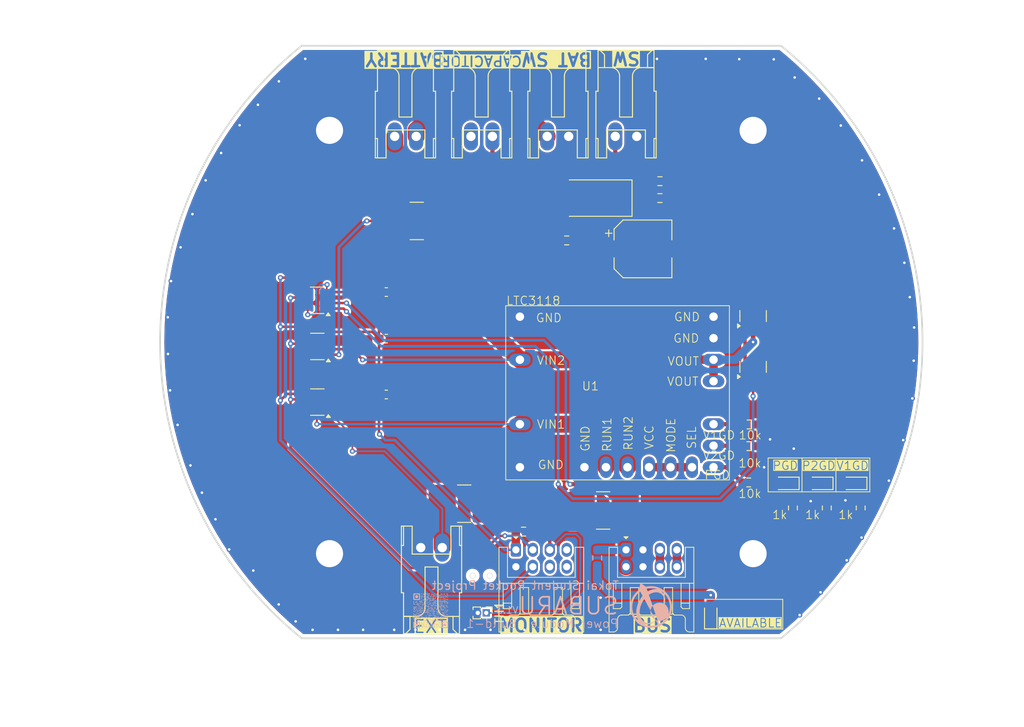
<source format=kicad_pcb>
(kicad_pcb (version 20241229) (generator "pcbnew") (generator_version "9.0")
  (layers (0 "F.Cu" signal) (2 "B.Cu" signal) (13 "F.Paste" user) (15 "B.Paste" user) (5 "F.SilkS" user "F.Silkscreen") (7 "B.SilkS" user "B.Silkscreen") (1 "F.Mask" user) (3 "B.Mask" user) (25 "Edge.Cuts" user))
  (net 0 "")
  (net 1 "Net-(J2-Pin_1)")
  (net 2 "GND")
  (net 3 "Net-(D4-K)")
  (net 4 "Net-(D5-A)")
  (net 5 "Net-(D5-K)")
  (net 6 "Net-(D6-K)")
  (net 7 "Net-(D6-A)")
  (net 8 "+3.3V")
  (net 9 "Net-(D3-A)")
  (net 10 "Net-(D4-A)")
  (net 11 "Net-(Q3-G)")
  (net 12 "Net-(D3-K)")
  (net 13 "Net-(U1-RUN1)")
  (net 14 "Net-(U1-RUN2)")
  (net 15 "Net-(D7-A)")
  (net 16 "Net-(U1-MODE)")
  (net 17 "Net-(U1-V2GD)")
  (net 18 "Net-(Q3-D)")
  (net 19 "Net-(Q5-S)")
  (net 20 "Net-(J1-Pin_2)")
  (net 21 "+12V")
  (net 22 "VREF_T1")
  (net 23 "VREF_T2")
  (net 24 "VREF_T3")
  (net 25 "VREF_T4")
  (net 26 "Net-(J5-Pin_2)")
  (net 27 "Net-(J2-Pin_2)")
  (net 28 "I2C_SCL")
  (net 29 "I2C_SDA")
  (net 30 "Net-(J3-Pin_7)")
  (net 31 "Net-(J3-Pin_5)")
  (net 32 "Net-(U1-V1GD)")
  (net 33 "Net-(U1-PGD)")
  (net 34 "+5V")
  (footprint "Resistor_SMD:R_0603_1608Metric" (layer "F.Cu") (at 179.7 119.6 -90)
    (property "Reference" "R9" (hide yes))
    (property "Value" "1k" (hide yes))
  )
  (footprint "LED_SMD:LED_0603_1608Metric_Pad1.05x0.95mm_HandSolder" (layer "F.Cu") (at 186.775 116.7 180)
    (property "Reference" "D6" (hide yes))
    (property "Value" "Orange" (hide yes))
  )
  (footprint "Capacitor_SMD:C_0603_1608Metric_Pad1.08x0.95mm_HandSolder" (layer "F.Cu") (at 131.7 99.6 180)
    (property "Reference" "C6")
    (property "Value" "0.1uF")
  )
  (footprint "Resistor_SMD:R_2816_7142Metric_Pad3.20x4.45mm_HandSolder" (layer "F.Cu") (at 140.9 119.1)
    (property "Reference" "R3")
    (property "Value" "0.1R")
  )
  (footprint "Resistor_SMD:R_0603_1608Metric_Pad0.98x0.95mm_HandSolder" (layer "F.Cu") (at 153 88)
    (property "Reference" "R6")
    (property "Value" "5.6kR")
  )
  (footprint "TSRP_Connector_Hirose:DF1B-2S-2.5R" (layer "F.Cu") (at 134 75 180)
    (property "Reference" "J2" (hide yes))
    (property "Value" "BATTERY")
  )
  (footprint "TSRP_Connector_Hirose:DF1B-2S-2.5R" (layer "F.Cu") (at 152 75 180)
    (property "Reference" "J6" (hide yes))
    (property "Value" "Conn_01x02")
  )
  (footprint "Capacitor_SMD:C_0603_1608Metric_Pad1.08x0.95mm_HandSolder" (layer "F.Cu") (at 131.7 106.2 180)
    (property "Reference" "C4")
    (property "Value" "0.1uF")
  )
  (footprint "TSRP_Connector_Hirose:DF1B-2S-2.5R" (layer "F.Cu") (at 160.038 75 180)
    (property "Reference" "J5" (hide yes))
    (property "Value" "MASTER")
  )
  (footprint "Resistor_SMD:R_2816_7142Metric_Pad3.20x4.45mm_HandSolder" (layer "F.Cu") (at 157.3 119.9)
    (property "Reference" "R5")
    (property "Value" "0.1R")
  )
  (footprint "Package_TO_SOT_SMD:SOT-23-8" (layer "F.Cu") (at 123.5375 95.075 180)
    (property "Reference" "U4" (hide yes))
    (property "Value" "INA219BxDCN")
  )
  (footprint "Resistor_SMD:R_0603_1608Metric" (layer "F.Cu") (at 174.53 109.74)
    (property "Reference" "R10" (hide yes))
    (property "Value" "10k" (hide yes))
  )
  (footprint "TSRP_Connector_Hirose:DF11-8DP-2DS" (layer "F.Cu") (at 150 128)
    (property "Reference" "J4" (hide yes))
    (property "Value" "MONITOR" (hide yes))
  )
  (footprint "LED_SMD:LED_0603_1608Metric_Pad1.05x0.95mm_HandSolder" (layer "F.Cu") (at 170 132.225 90)
    (property "Reference" "D7" (hide yes))
    (property "Value" "Green" (hide yes))
  )
  (footprint "TSRP_IC:StrawberryLinux_LTC3118" (layer "F.Cu") (at 155.8 105.71)
    (property "Reference" "U1")
    (property "Value" "~")
  )
  (footprint "MountingHole:MountingHole_3.2mm_M3_DIN965_Pad_TopBottom" (layer "F.Cu") (at 125 125)
    (property "Reference" "H1")
    (property "Value" "MountingHole")
  )
  (footprint "Package_TO_SOT_SMD:SOT-23-8" (layer "F.Cu") (at 123.5625 107.1 180)
    (property "Reference" "U3")
    (property "Value" "INA219BxDCN")
  )
  (footprint "Resistor_SMD:R_0603_1608Metric" (layer "F.Cu") (at 183.7 119.6 -90)
    (property "Reference" "R8" (hide yes))
    (property "Value" "1k" (hide yes))
  )
  (footprint "LED_SMD:LED_0603_1608Metric_Pad1.05x0.95mm_HandSolder" (layer "F.Cu") (at 182.775 116.7 180)
    (property "Reference" "D5" (hide yes))
    (property "Value" "Orange" (hide yes))
  )
  (footprint "TSRP_Connector_Hirose:DF1B-2S-2.5R" (layer "F.Cu") (at 137 125)
    (property "Reference" "J1")
    (property "Value" "GPU")
  )
  (footprint "MountingHole:MountingHole_3.2mm_M3_DIN965_Pad_TopBottom" (layer "F.Cu") (at 175 75)
    (property "Reference" "H4")
    (property "Value" "MountingHole")
  )
  (footprint "Package_TO_SOT_SMD:SOT-23" (layer "F.Cu") (at 175 102.9375 90)
    (property "Reference" "Q5")
    (property "Value" "AO3401A")
  )
  (footprint "Resistor_SMD:R_0603_1608Metric" (layer "F.Cu") (at 174.5 112.3)
    (property "Reference" "R1" (hide yes))
    (property "Value" "10k" (hide yes))
  )
  (footprint "Connector_PinHeader_1.00mm:PinHeader_1x02_P1.00mm_Vertical" (layer "F.Cu") (at 143.5 132 -90)
    (property "Reference" "TH1")
    (property "Value" "10kR")
  )
  (footprint "Resistor_SMD:R_2816_7142Metric_Pad3.20x4.45mm_HandSolder" (layer "F.Cu") (at 135.3 85.7)
    (property "Reference" "R19" (hide yes))
    (property "Value" "0.1R")
  )
  (footprint "Package_TO_SOT_SMD:SOT-23" (layer "F.Cu") (at 175 96.9375 90)
    (property "Reference" "Q3")
    (property "Value" "AO3401A")
  )
  (footprint "Resistor_SMD:R_0603_1608Metric_Pad0.98x0.95mm_HandSolder" (layer "F.Cu") (at 147.9 122.4)
    (property "Reference" "R13")
    (property "Value" "10kR")
  )
  (footprint "Diode_SMD:D_SMB_Handsoldering" (layer "F.Cu") (at 156 83 180)
    (property "Reference" "D3")
    (property "Value" "SR54F")
  )
  (footprint "Package_TO_SOT_SMD:SOT-23-8" (layer "F.Cu") (at 123.5625 100.525 180)
    (property "Reference" "U2")
    (property "Value" "INA219BxDCN")
  )
  (footprint "MountingHole:MountingHole_3.2mm_M3_DIN965_Pad_TopBottom" (layer "F.Cu") (at 175 125)
    (property "Reference" "H3")
    (property "Value" "MountingHole")
  )
  (footprint "Resistor_SMD:R_0603_1608Metric" (layer "F.Cu") (at 187.7 119.6 -90)
    (property "Reference" "R11" (hide yes))
    (property "Value" "1k" (hide yes))
  )
  (footprint "TSRP_Connector_Hirose:DF11-8DP-2DS" (layer "F.Cu") (at 163 128)
    (property "Reference" "J3")
    (property "Value" "BUS")
  )
  (footprint "LED_SMD:LED_0603_1608Metric_Pad1.05x0.95mm_HandSolder" (layer "F.Cu") (at 178.775 116.7 180)
    (property "Reference" "D4" (hide yes))
    (property "Value" "Orange" (hide yes))
  )
  (footprint "Resistor_SMD:R_0603_1608Metric" (layer "F.Cu") (at 174.48 116.59)
    (property "Reference" "R2" (hide yes))
    (property "Value" "10k" (hide yes))
  )
  (footprint "Resistor_SMD:R_0603_1608Metric_Pad0.98x0.95mm_HandSolder" (layer "F.Cu") (at 164 81 180)
    (property "Reference" "R18")
    (property "Value" "3.3kR")
  )
  (footprint "Resistor_SMD:R_0603_1608Metric_Pad0.98x0.95mm_HandSolder" (layer "F.Cu") (at 164 83)
    (property "Reference" "R17")
    (property "Value" "5.6kR")
  )
  (footprint "Capacitor_SMD:CP_Elec_6.3x5.9" (layer "F.Cu") (at 162 89)
    (property "Reference" "C16")
    (property "Value" "33uF")
  )
  (footprint "TSRP_Connector_Hirose:DF1B-2S-2.5R" (layer "F.Cu") (at 143 75 180)
    (property "Reference" "J7" (hide yes))
    (property "Value" "Conn_01x02")
  )
  (footprint "Capacitor_SMD:C_0603_1608Metric_Pad1.08x0.95mm_HandSolder" (layer "F.Cu") (at 131.7 94.1 180)
    (property "Reference" "C5")
    (property "Value" "0.1uF")
  )
  (footprint "MountingHole:MountingHole_3.2mm_M3_DIN965_Pad_TopBottom" (layer "F.Cu") (at 125 75)
    (property "Reference" "H2")
    (property "Value" "MountingHole")
  )
  (footprint "Resistor_SMD:R_0603_1608Metric_Pad0.98x0.95mm_HandSolder" (layer "B.Cu") (at 156.6 125.5 90)
    (property "Reference" "R7")
    (property "Value" "2.7kR")
  )
  (footprint "LOGO" (layer "B.Cu") (at 162.95 131.15 180)
    (property "Reference" "G***" (hide yes))
    (property "Value" "LOGO" (hide yes))
  )
  (footprint "LOGO" (layer "B.Cu") (at 136.95 131.75)
    (property "Reference" "G***" (hide yes))
    (property "Value" "LOGO" (hide yes))
  )
  (gr_line (start 169.265 130.4) (end 178.5 130.4) (stroke (width 0.1)) (layer "F.SilkS"))
  (gr_line (start 180.775 113.7) (end 180.775 117.7) (stroke (width 0.1)) (layer "F.SilkS"))
  (gr_line (start 178.5 130.4) (end 178.5 133.9) (stroke (width 0.1)) (layer "F.SilkS"))
  (gr_line (start 178.5 133.9) (end 169.265 133.885) (stroke (width 0.1)) (layer "F.SilkS"))
  (gr_line (start 176.775 117.7) (end 188.775 117.7) (stroke (width 0.1)) (layer "F.SilkS"))
  (gr_line (start 184.775 113.7) (end 184.775 117.7) (stroke (width 0.1)) (layer "F.SilkS"))
  (gr_line (start 188.775 117.7) (end 188.775 113.7) (stroke (width 0.1)) (layer "F.SilkS"))
  (gr_line (start 188.775 113.7) (end 176.775 113.7) (stroke (width 0.1)) (layer "F.SilkS"))
  (gr_line (start 176.775 113.7) (end 176.775 117.7) (stroke (width 0.1)) (layer "F.SilkS"))
  (gr_line (start 150 135) (end 178.284266 135) (stroke (width 0.2)) (layer "Edge.Cuts"))
  (gr_circle (center 141.9 127.6) (end 142.215 127.6) (stroke (width 0.05)) (fill no) (layer "Edge.Cuts"))
  (gr_line (start 150 64.999998) (end 178.284269 64.999998) (stroke (width 0.2)) (layer "Edge.Cuts"))
  (gr_arc (start 178.284269 64.999998) (mid 195 100) (end 178.284266 135) (stroke (width 0.2)) (layer "Edge.Cuts"))
  (gr_circle (center 143.9 127.6) (end 144.215 127.6) (stroke (width 0.05)) (fill no) (layer "Edge.Cuts"))
  (gr_arc (start 121.715731 135) (mid 104.999998 99.999999) (end 121.715731 64.999998) (stroke (width 0.2)) (layer "Edge.Cuts"))
  (gr_line (start 150 64.999998) (end 121.715731 64.999998) (stroke (width 0.2)) (layer "Edge.Cuts"))
  (gr_line (start 150 135) (end 121.715731 135) (stroke (width 0.2)) (layer "Edge.Cuts"))
  (gr_text "10k" (at 173.2 114.9 0) (layer "F.SilkS") (effects (font (size 1 1) (thickness 0.1)) (justify left bottom)))
  (gr_text "BAT SW" (at 151.8 66.6 180) (layer "F.SilkS" knockout) (effects (font (size 1.5 1.5) (thickness 0.3) (bold yes))))
  (gr_text "BATTERY\n" (at 133.9 66.6 180) (layer "F.SilkS" knockout) (effects (font (size 1.5 1.5) (thickness 0.3) (bold yes))))
  (gr_text "P2GD" (at 180.7 115.2 0) (layer "F.SilkS" knockout) (effects (font (size 1 1) (thickness 0.1)) (justify left bottom)))
  (gr_text "AVAILABLE" (at 174.7 133.2 0) (layer "F.SilkS" knockout) (effects (font (size 1 1) (thickness 0.1))))
  (gr_text "EXT" (at 136.9 134.5 0) (layer "F.SilkS" knockout) (effects (font (size 1.5 1.5) (thickness 0.1875)) (justify bottom)))
  (gr_text "SW" (at 160.038 66.5 180) (layer "F.SilkS" knockout) (effects (font (size 1.5 1.5) (thickness 0.3) (bold yes))))
  (gr_text "PGD\n" (at 178.8 114.6 0) (layer "F.SilkS" knockout) (effects (font (size 1 1) (thickness 0.1))))
  (gr_text "1k" (at 181.080396 121 0) (layer "F.SilkS") (effects (font (size 1 1) (thickness 0.1)) (justify left bottom)))
  (gr_text "BUS" (at 163.1 133.5 0) (layer "F.SilkS" knockout) (effects (font (size 1.5 1.5) (thickness 0.3) (bold yes))))
  (gr_text "V1GD" (at 184.775 115.2 0) (layer "F.SilkS" knockout) (effects (font (size 1 1) (thickness 0.1)) (justify left bottom)))
  (gr_text "MONITOR" (at 150 133.5 0) (layer "F.SilkS" knockout) (effects (font (size 1.5 1.5) (thickness 0.3) (bold yes))))
  (gr_text "1k" (at 177.2 121 0) (layer "F.SilkS") (effects (font (size 1 1) (thickness 0.1)) (justify left bottom)))
  (gr_text "CAPACITOR\n" (at 142.9 66.8 180) (layer "F.SilkS" knockout) (effects (font (size 1.2 1.2) (thickness 0.2) (bold yes))))
  (gr_text "1k" (at 185 121 0) (layer "F.SilkS") (effects (font (size 1 1) (thickness 0.1)) (justify left bottom)))
  (gr_text "10k" (at 173.233531 111.587577 0) (layer "F.SilkS") (effects (font (size 1 1) (thickness 0.1)) (justify left bottom)))
  (gr_text "10k" (at 173.2 118.5 0) (layer "F.SilkS") (effects (font (size 1 1) (thickness 0.1)) (justify left bottom)))
  (gr_text "LTC3118" (at 145.8 95.71 0) (layer "F.SilkS") (effects (font (size 1 1) (thickness 0.1)) (justify left bottom)))
  (gr_text "Power Module  Build-1" (at 159.15 133.85 0) (layer "B.SilkS") (effects (font (size 1 1) (thickness 0.1)) (justify left bottom mirror)))
  (gr_text "V1.3" (at 147.35 132.15 0) (layer "B.SilkS") (effects (font (size 0.8 0.8) (thickness 0.1)) (justify left bottom mirror)))
  (gr_text "SUBARU" (at 159.25 132.35 0) (layer "B.SilkS") (effects (font (size 2 2) (thickness 0.2) (bold yes)) (justify left bottom mirror)))
  (gr_text "Tokai Student Rocket Project\n" (at 159.25 129.35 0) (layer "B.SilkS") (effects (font (size 1 1) (thickness 0.125)) (justify left bottom mirror)))
  (segment (start 135.232 74.968) (end 135.232 75.712) (width 2) (layer "F.Cu") (net 1))
  (segment (start 150.692 75.712) (end 147.28 72.3) (width 2) (layer "F.Cu") (net 1))
  (segment (start 137.9 72.3) (end 135.232 74.968) (width 2) (layer "F.Cu") (net 1))
  (segment (start 147.28 72.3) (end 137.9 72.3) (width 2) (layer "F.Cu") (net 1))
  (segment (start 153.3 75.742) (end 153.27 75.712) (width 0.2) (layer "F.Cu") (net 2))
  (via (at 119.01764 69.21) (size 0.6) (drill 0.3) (layers "F.Cu" "B.Cu") (net 2))
  (via (at 108.814938 84.894041) (size 0.6) (drill 0.3) (layers "F.Cu" "B.Cu") (net 2))
  (via (at 123 134) (size 0.6) (drill 0.3) (layers "F.Cu" "B.Cu") (net 2))
  (via (at 107.063909 109.790113) (size 0.6) (drill 0.3) (layers "F.Cu" "B.Cu") (net 2))
  (via (at 108.580493 114.579328) (size 0.6) (drill 0.3) (layers "F.Cu" "B.Cu") (net 2))
  (via (at 189.87764 82.59) (size 0.6) (drill 0.3) (layers "F.Cu" "B.Cu") (net 2))
  (via (at 186.04764 125.78) (size 0.6) (drill 0.3) (layers "F.Cu" "B.Cu") (net 2))
  (via (at 157 134) (size 0.6) (drill 0.3) (layers "F.Cu" "B.Cu") (net 2))
  (via (at 192.714885 111.589479) (size 0.6) (drill 0.3) (layers "F.Cu" "B.Cu") (net 2))
  (via (at 169.407374 66.553123) (size 0.6) (drill 0.3) (layers "F.Cu" "B.Cu") (net 2))
  (via (at 179.8 112.6) (size 0.6) (drill 0.3) (layers "F.Cu" "B.Cu") (net 2))
  (via (at 192.85764 90.64) (size 0.6) (drill 0.3) (layers "F.Cu" "B.Cu") (net 2))
  (via (at 179.90817 68.752614) (size 0.6) (drill 0.3) (layers "F.Cu" "B.Cu") (net 2))
  (via (at 110.375867 80.903029) (size 0.6) (drill 0.3) (layers "F.Cu" "B.Cu") (net 2))
  (via (at 182.95764 129.56) (size 0.6) (drill 0.3) (layers "F.Cu" "B.Cu") (net 2))
  (via (at 181.8 118.8) (size 0.6) (drill 0.3) (layers "F.Cu" "B.Cu") (net 2))
  (via (at 193.95764 102.21) (size 0.6) (drill 0.3) (layers "F.Cu" "B.Cu") (net 2))
  (via (at 185.35764 74.43) (size 0.6) (drill 0.3) (layers "F.Cu" "B.Cu") (net 2))
  (via (at 135.134029 134) (size 0.6) (drill 0.3) (layers "F.Cu" "B.Cu") (net 2))
  (via (at 182.799437 71.253648) (size 0.6) (drill 0.3) (layers "F.Cu" "B.Cu") (net 2))
  (via (at 116.548633 71.980899) (size 0.6) (drill 0.3) (layers "F.Cu" "B.Cu") (net 2))
  (via (at 132.632994 134) (size 0.6) (drill 0.3) (layers "F.Cu" "B.Cu") (net 2))
  (via (at 173.36291 66.588598) (size 0.6) (drill 0.3) (layers "F.Cu" "B.Cu") (net 2))
  (via (at 194.009747 98.286105) (size 0.6) (drill 0.3) (layers "F.Cu" "B.Cu") (net 2))
  (via (at 105.90764 97.08) (size 0.6) (drill 0.3) (layers "F.Cu" "B.Cu") (net 2))
  (via (at 106.179177 105.706692) (size 0.6) (drill 0.3) (layers "F.Cu" "B.Cu") (net 2))
  (via (at 177 111.5) (size 0.6) (drill 0.3) (layers "F.Cu" "B.Cu") (net 2))
  (via (at 121 133) (size 0.6) (drill 0.3) (layers "F.Cu" "B.Cu") (net 2))
  (via (at 163.649477 66.553123) (size 0.6) (drill 0.3) (layers "F.Cu" "B.Cu") (net 2))
  (via (at 157 130.2) (size 0.6) (drill 0.3) (layers "F.Cu" "B.Cu") (net 2))
  (via (at 128.961263 134) (size 0.6) (drill 0.3) (layers "F.Cu" "B.Cu") (net 2))
  (via (at 126 134) (size 0.6) (drill 0.3) (layers "F.Cu" "B.Cu") (net 2))
  (via (at 141 134) (size 0.6) (drill 0.3) (layers "F.Cu" "B.Cu") (net 2))
  (via (at 176.3 114.8) (size 0.6) (drill 0.3) (layers "F.Cu" "B.Cu") (net 2))
  (via (at 187.8 123.1) (size 0.6) (drill 0.3) (layers "F.Cu" "B.Cu") (net 2))
  (via (at 144 134) (size 0.6) (drill 0.3) (layers "F.Cu" "B.Cu") (net 2))
  (via (at 185.9 118.7) (size 0.6) (drill 0.3) (layers "F.Cu" "B.Cu") (net 2))
  (via (at 112.202864 77.674744) (size 0.6) (drill 0.3) (layers "F.Cu" "B.Cu") (net 2))
  (via (at 106.296166 92.805115) (size 0.6) (drill 0.3) (layers "F.Cu" "B.Cu") (net 2))
  (via (at 114.384617 74.393245) (size 0.6) (drill 0.3) (layers "F.Cu" "B.Cu") (net 2))
  (via (at 148 134) (size 0.6) (drill 0.3) (layers "F.Cu" "B.Cu") (net 2))
  (via (at 180.49764 132.25) (size 0.6) (drill 0.3) (layers "F.Cu" "B.Cu") (net 2))
  (via (at 191.02764 116.38) (size 0.6) (drill 0.3) (layers "F.Cu" "B.Cu") (net 2))
  (via (at 113.156854 124.503645) (size 0.6) (drill 0.3) (layers "F.Cu" "B.Cu") (net 2))
  (via (at 138 134) (size 0.6) (drill 0.3) (layers "F.Cu" "B.Cu") (net 2))
  (via (at 193.49764 94.7) (size 0.6) (drill 0.3) (layers "F.Cu" "B.Cu") (net 2))
  (via (at 119 131) (size 0.6) (drill 0.3) (layers "F.Cu" "B.Cu") (net 2))
  (via (at 191.63764 86.58) (size 0.6) (drill 0.3) (layers "F.Cu" "B.Cu") (net 2))
  (via (at 105.92764 101.41) (size 0.6) (drill 0.3) (layers "F.Cu" "B.Cu") (net 2))
  (via (at 111.533843 120.938341) (size 0.6) (drill 0.3) (layers "F.Cu" "B.Cu") (net 2))
  (via (at 177.43764 66.61) (size 0.6) (drill 0.3) (layers "F.Cu" "B.Cu") (net 2))
  (via (at 116 127) (size 0.6) (drill 0.3) (layers "F.Cu" "B.Cu") (net 2))
  (via (at 122.13764 66.55) (size 0.6) (drill 0.3) (layers "F.Cu" "B.Cu") (net 2))
  (via (at 187.85764 78.54) (size 0.6) (drill 0.3) (layers "F.Cu" "B.Cu") (net 2))
  (via (at 107.413649 88.814102) (size 0.6) (drill 0.3) (layers "F.Cu" "B.Cu") (net 2))
  (via (at 193.79764 106.66) (size 0.6) (drill 0.3) (layers "F.Cu" "B.Cu") (net 2))
  (via (at 152 134) (size 0.6) (drill 0.3) (layers "F.Cu" "B.Cu") (net 2))
  (via (at 109.937438 117.798744) (size 0.6) (drill 0.3) (layers "F.Cu" "B.Cu") (net 2))
  (segment (start 179.7 118.775) (end 179.7 116.75) (width 0.5) (layer "F.Cu") (net 3))
  (segment (start 179.7 116.75) (end 179.65 116.7) (width 0.2) (layer "F.Cu") (net 3))
  (segment (start 177.5 112.3) (end 175.325 112.3) (width 0.5) (layer "F.Cu") (net 4))
  (segment (start 181.9 116.7) (end 177.5 112.3) (width 0.5) (layer "F.Cu") (net 4))
  (segment (start 183.65 116.7) (end 183.65 118.725) (width 0.5) (layer "F.Cu") (net 5))
  (segment (start 183.65 118.725) (end 183.7 118.775) (width 0.2) (layer "F.Cu") (net 5))
  (segment (start 183.675 116.725) (end 183.65 116.7) (width 0.2) (layer "F.Cu") (net 5))
  (segment (start 187.65 116.7) (end 187.65 118.725) (width 0.5) (layer "F.Cu") (net 6))
  (segment (start 187.6 116.75) (end 187.65 116.7) (width 0.2) (layer "F.Cu") (net 6))
  (segment (start 187.65 118.725) (end 187.7 118.775) (width 0.2) (layer "F.Cu") (net 6))
  (segment (start 178.94 109.74) (end 175.355 109.74) (width 0.5) (layer "F.Cu") (net 7))
  (segment (start 185.9 116.7) (end 178.94 109.74) (width 0.5) (layer "F.Cu") (net 7))
  (segment (start 124.95 99.55) (end 125 99.6) (width 0.2) (layer "F.Cu") (net 8))
  (segment (start 146.9625 124.5125) (end 147 124.55) (width 0.2) (layer "F.Cu") (net 8))
  (segment (start 125.45 98.8) (end 124.7 99.55) (width 0.3) (layer "F.Cu") (net 8))
  (segment (start 130.8375 106.2) (end 130.8375 110.8375) (width 0.3) (layer "F.Cu") (net 8))
  (segment (start 124.675 94.1) (end 130.8375 94.1) (width 0.3) (layer "F.Cu") (net 8))
  (segment (start 124.675 93.257) (end 124.675 94.1) (width 0.2) (layer "F.Cu") (net 8))
  (segment (start 122.428 96.078) (end 122.4 96.05) (width 0.2) (layer "F.Cu") (net 8))
  (segment (start 147 124.55) (end 147 124.5) (width 0.2) (layer "F.Cu") (net 8))
  (segment (start 122.428 96.774) (end 122.428 96.078) (width 0.2) (layer "F.Cu") (net 8))
  (segment (start 124.037501 99.55) (end 124.7 99.55) (width 0.25) (layer "F.Cu") (net 8))
  (segment (start 130.0375 98.8) (end 125.45 98.8) (width 0.3) (layer "F.Cu") (net 8))
  (segment (start 130.8375 94.1) (end 130.8375 99.6) (width 0.3) (layer "F.Cu") (net 8))
  (segment (start 123.6 100.4) (end 123.6 99.987501) (width 0.25) (layer "F.Cu") (net 8))
  (segment (start 130.8375 99.6) (end 130.8375 106.2) (width 0.3) (layer "F.Cu") (net 8))
  (segment (start 147 124.5) (end 146.9875 124.4875) (width 0.2) (layer "F.Cu") (net 8))
  (segment (start 130.8375 110.8375) (end 130.9 110.9) (width 0.2) (layer "F.Cu") (net 8))
  (segment (start 123.15 100.85) (end 123.6 100.4) (width 0.25) (layer "F.Cu") (net 8))
  (segment (start 124.714 93.218) (end 124.675 93.257) (width 0.2) (layer "F.Cu") (net 8))
  (segment (start 146.9875 124.4875) (end 146.9875 122.4) (width 1) (layer "F.Cu") (net 8))
  (segment (start 122.425 100.85) (end 123.15 100.85) (width 0.25) (layer "F.Cu") (net 8))
  (segment (start 130.8375 99.6) (end 130.0375 98.8) (width 0.3) (layer "F.Cu") (net 8))
  (segment (start 123.6 99.987501) (end 124.037501 99.55) (width 0.25) (layer "F.Cu") (net 8))
  (segment (start 130.8375 106.2) (end 124.775 106.2) (width 0.25) (layer "F.Cu") (net 8))
  (segment (start 124.7 99.55) (end 124.95 99.55) (width 0.2) (layer "F.Cu") (net 8))
  (via (at 130.9 110.9) (size 0.6) (drill 0.3) (layers "F.Cu" "B.Cu") (net 8))
  (via (at 122.428 96.774) (size 0.6) (drill 0.3) (layers "F.Cu" "B.Cu") (net 8))
  (via (at 124.714 93.218) (size 0.6) (drill 0.3) (layers "F.Cu" "B.Cu") (net 8))
  (segment (start 122.428 96.774) (end 123.19 96.774) (width 0.2) (layer "B.Cu") (net 8))
  (segment (start 132.7 111.6) (end 145.65 124.55) (width 0.3) (layer "B.Cu") (net 8))
  (segment (start 123.952 93.218) (end 124.714 93.218) (width 0.2) (layer "B.Cu") (net 8))
  (segment (start 131.6 111.6) (end 132.7 111.6) (width 0.3) (layer "B.Cu") (net 8))
  (segment (start 123.444 93.726) (end 123.952 93.218) (width 0.2) (layer "B.Cu") (net 8))
  (segment (start 123.19 96.774) (end 123.444 96.52) (width 0.2) (layer "B.Cu") (net 8))
  (segment (start 130.9 110.9) (end 131.6 111.6) (width 0.3) (layer "B.Cu") (net 8))
  (segment (start 123.444 96.52) (end 123.444 93.726) (width 0.2) (layer "B.Cu") (net 8))
  (segment (start 145.65 124.55) (end 147 124.55) (width 0.3) (layer "B.Cu") (net 8))
  (segment (start 144.232 75.712) (end 144.232 79.032) (width 0.5) (layer "F.Cu") (net 9))
  (segment (start 153.3 83) (end 148.2 83) (width 0.5) (layer "F.Cu") (net 9))
  (segment (start 152.0875 84.2125) (end 153.3 83) (width 0.5) (layer "F.Cu") (net 9))
  (segment (start 148.2 83) (end 144.232 79.032) (width 0.5) (layer "F.Cu") (net 9))
  (segment (start 152.0875 88) (end 152.0875 84.2125) (width 0.5) (layer "F.Cu") (net 9))
  (segment (start 177.9 116.7) (end 175.415 116.7) (width 0.5) (layer "F.Cu") (net 10))
  (segment (start 175.415 116.7) (end 175.305 116.59) (width 0.2) (layer "F.Cu") (net 10))
  (segment (start 166.9125 89) (end 164.8 89) (width 0.5) (layer "F.Cu") (net 11))
  (segment (start 164.9125 88.8875) (end 164.8 89) (width 0.2) (layer "F.Cu") (net 11))
  (segment (start 164.9125 83) (end 164.9125 88.8875) (width 0.5) (layer "F.Cu") (net 11))
  (segment (start 174.05 96.1375) (end 166.9125 89) (width 0.5) (layer "F.Cu") (net 11))
  (segment (start 164.9125 81) (end 164.9125 83) (width 0.5) (layer "F.Cu") (net 11))
  (segment (start 174.05 97.875) (end 174.05 103.875) (width 0.4) (layer "F.Cu") (net 11))
  (segment (start 174.05 97.875) (end 174.05 96.1375) (width 0.5) (layer "F.Cu") (net 11))
  (segment (start 163.0875 83) (end 158.7 83) (width 0.5) (layer "F.Cu") (net 12))
  (segment (start 153.9125 88) (end 153.9125 87.7875) (width 0.2) (layer "F.Cu") (net 12))
  (segment (start 159.2 93.9) (end 159.2 89) (width 1) (layer "F.Cu") (net 12))
  (segment (start 153.9125 87.7875) (end 158.7 83) (width 0.5) (layer "F.Cu") (net 12))
  (segment (start 159.2 89) (end 154.9125 89) (width 0.5) (layer "F.Cu") (net 12))
  (segment (start 170.33 102.09) (end 167.39 102.09) (width 1) (layer "F.Cu") (net 12))
  (segment (start 167.39 102.09) (end 159.2 93.9) (width 1) (layer "F.Cu") (net 12))
  (segment (start 154.9125 89) (end 153.9125 88) (width 0.5) (layer "F.Cu") (net 12))
  (segment (start 175 96) (end 175 100) (width 0.55) (layer "F.Cu") (net 12))
  (segment (start 170.33 104.63) (end 170.33 102.09) (width 1) (layer "F.Cu") (net 12))
  (via (at 175 100) (size 0.6) (drill 0.3) (layers "F.Cu" "B.Cu") (net 12))
  (segment (start 175 100) (end 172.91 102.09) (width 1) (layer "B.Cu") (net 12))
  (segment (start 172.91 102.09) (end 170.33 102.09) (width 1) (layer "B.Cu") (net 12))
  (segment (start 143.5 113.7) (end 143.5 119.1) (width 2) (layer "F.Cu") (net 13))
  (segment (start 147.47 109.71) (end 147.47 109.73) (width 2) (layer "F.Cu") (net 13))
  (segment (start 124.7 107.425) (end 124.037501 107.425) (width 0.25) (layer "F.Cu") (net 13))
  (segment (start 123.5 107.962501) (end 123.5 109.7) (width 0.25) (layer "F.Cu") (net 13))
  (segment (start 157.63 114.79) (end 157.63 112.53) (width 2) (layer "F.Cu") (net 13))
  (segment (start 147.47 109.73) (end 143.5 113.7) (width 2) (layer "F.Cu") (net 13))
  (segment (start 154.81 109.71) (end 147.47 109.71) (width 2) (layer "F.Cu") (net 13))
  (segment (start 124.037501 107.425) (end 123.5 107.962501) (width 0.25) (layer "F.Cu") (net 13))
  (segment (start 157.63 112.53) (end 154.81 109.71) (width 2) (layer "F.Cu") (net 13))
  (via (at 123.5 109.7) (size 0.6) (drill 0.3) (layers "F.Cu" "B.Cu") (net 13))
  (segment (start 123.5 109.7) (end 147.46 109.7) (width 0.25) (layer "B.Cu") (net 13))
  (segment (start 147.47 109.07) (end 147.47 109.71) (width 0.2) (layer "B.Cu") (net 13))
  (segment (start 147.46 109.7) (end 147.47 109.71) (width 0.25) (layer "B.Cu") (net 13))
  (segment (start 160.17 108.47) (end 153.8 102.1) (width 2) (layer "F.Cu") (net 14))
  (segment (start 160.17 114.79) (end 160.17 108.47) (width 2) (layer "F.Cu") (net 14))
  (segment (start 127.65 100.85) (end 124.7 100.85) (width 0.3) (layer "F.Cu") (net 14))
  (segment (start 147.47 102.09) (end 137.9 92.52) (width 2) (layer "F.Cu") (net 14))
  (segment (start 128.9 102.1) (end 127.65 100.85) (width 0.3) (layer "F.Cu") (net 14))
  (segment (start 153.8 102.1) (end 147.48 102.1) (width 2) (layer "F.Cu") (net 14))
  (segment (start 147.48 102.1) (end 147.47 102.09) (width 2) (layer "F.Cu") (net 14))
  (segment (start 137.9 92.52) (end 137.9 85.7) (width 2) (layer "F.Cu") (net 14))
  (via (at 128.9 102.1) (size 0.6) (drill 0.3) (layers "F.Cu" "B.Cu") (net 14))
  (segment (start 128.9 102.1) (end 147.46 102.1) (width 0.3) (layer "B.Cu") (net 14))
  (segment (start 147.46 102.1) (end 147.47 102.09) (width 0.2) (layer "B.Cu") (net 14))
  (segment (start 147.47 101.77) (end 147.47 102.09) (width 0.2) (layer "B.Cu") (net 14))
  (segment (start 170 131.35) (end 170 129.9) (width 1) (layer "F.Cu") (net 15))
  (via (at 170 129.9) (size 0.6) (drill 0.3) (layers "F.Cu" "B.Cu") (net 15))
  (segment (start 158.4 129.9) (end 156.6 128.1) (width 1) (layer "B.Cu") (net 15))
  (segment (start 156.6 128.1) (end 156.6 126.4125) (width 1) (layer "B.Cu") (net 15))
  (segment (start 170 129.9) (end 158.4 129.9) (width 1) (layer "B.Cu") (net 15))
  (segment (start 167.79 114.79) (end 165.25 114.79) (width 1) (layer "F.Cu") (net 16))
  (segment (start 162.71 114.79) (end 165.25 114.79) (width 1) (layer "F.Cu") (net 16))
  (segment (start 172.9575 112.25) (end 173.0075 112.3) (width 0.5) (layer "F.Cu") (net 17))
  (segment (start 170.33 112.25) (end 172.9575 112.25) (width 0.5) (layer "F.Cu") (net 17))
  (segment (start 173.0075 112.3) (end 173.675 112.3) (width 0.5) (layer "F.Cu") (net 17))
  (segment (start 175.95 97.875) (end 175.95 103.875) (width 0.4) (layer "F.Cu") (net 18))
  (segment (start 175 102) (end 175 106.4) (width 0.3) (layer "F.Cu") (net 19))
  (segment (start 152 116.8) (end 152 117.2) (width 0.3) (layer "F.Cu") (net 19))
  (segment (start 126.65 96.05) (end 127 96.4) (width 0.3) (layer "F.Cu") (net 19))
  (segment (start 124.675 96.05) (end 126.65 96.05) (width 0.3) (layer "F.Cu") (net 19))
  (segment (start 152 117.2) (end 154.7 119.9) (width 0.3) (layer "F.Cu") (net 19))
  (via (at 152 116.8) (size 0.6) (drill 0.3) (layers "F.Cu" "B.Cu") (net 19))
  (via (at 127 96.4) (size 0.6) (drill 0.3) (layers "F.Cu" "B.Cu") (net 19))
  (via (at 175 106.4) (size 0.6) (drill 0.3) (layers "F.Cu" "B.Cu") (net 19))
  (segment (start 127 96.4) (end 131.1 100.5) (width 0.3) (layer "B.Cu") (net 19))
  (segment (start 171.1 118.5) (end 153.7 118.5) (width 0.3) (layer "B.Cu") (net 19))
  (segment (start 175 114.6) (end 171.1 118.5) (width 0.3) (layer "B.Cu") (net 19))
  (segment (start 149.3 100.5) (end 152 103.2) (width 0.3) (layer "B.Cu") (net 19))
  (segment (start 153.7 118.5) (end 152 116.8) (width 0.3) (layer "B.Cu") (net 19))
  (segment (start 152 103.2) (end 152 116.8) (width 0.3) (layer "B.Cu") (net 19))
  (segment (start 175 106.4) (end 175 114.6) (width 0.3) (layer "B.Cu") (net 19))
  (segment (start 131.1 100.5) (end 149.3 100.5) (width 0.3) (layer "B.Cu") (net 19))
  (segment (start 138.3 119.1) (end 138.3 124.28) (width 2) (layer "F.Cu") (net 20))
  (segment (start 138.3 124.28) (end 138.308 124.288) (width 0.2) (layer "F.Cu") (net 20))
  (segment (start 127.7 112.9) (end 127.7 111.075) (width 0.2) (layer "F.Cu") (net 20))
  (segment (start 127.7 111.075) (end 124.7 108.075) (width 0.2) (layer "F.Cu") (net 20))
  (via (at 127.7 112.9) (size 0.6) (drill 0.3) (layers "F.Cu" "B.Cu") (net 20))
  (segment (start 138.308 119.708) (end 138.308 124.288) (width 0.2) (layer "B.Cu") (net 20))
  (segment (start 127.7 112.9) (end 131.5 112.9) (width 0.2) (layer "B.Cu") (net 20))
  (segment (start 131.5 112.9) (end 138.308 119.708) (width 0.2) (layer "B.Cu") (net 20))
  (segment (start 156.8 116.8) (end 159.9 119.9) (width 0.5) (layer "F.Cu") (net 21))
  (segment (start 160 124.55) (end 160 126.55) (width 2) (layer "F.Cu") (net 21))
  (segment (start 153.4 116.8) (end 156.8 116.8) (width 0.5) (layer "F.Cu") (net 21))
  (segment (start 159.575 120.325) (end 160 119.9) (width 0.2) (layer "F.Cu") (net 21))
  (segment (start 124.675 95.4) (end 127 95.4) (width 0.3) (layer "F.Cu") (net 21))
  (segment (start 160 120.4) (end 158.9 120.4) (width 0.2) (layer "F.Cu") (net 21))
  (segment (start 160 124.55) (end 160 120.4) (width 2) (layer "F.Cu") (net 21))
  (segment (start 158.9 120.4) (end 158.825 120.325) (width 0.2) (layer "F.Cu") (net 21))
  (segment (start 160 124.55) (end 160.015628 124.55) (width 0.2) (layer "F.Cu") (net 21))
  (via (at 153.4 116.8) (size 0.6) (drill 0.3) (layers "F.Cu" "B.Cu") (net 21))
  (via (at 127 95.4) (size 0.6) (drill 0.3) (layers "F.Cu" "B.Cu") (net 21))
  (segment (start 150.3 99.8) (end 152.9 102.4) (width 0.3) (layer "B.Cu") (net 21))
  (segment (start 160 124.55) (end 156.6375 124.55) (width 1) (layer "B.Cu") (net 21))
  (segment (start 156.6375 124.55) (end 156.6 124.5875) (width 0.2) (layer "B.Cu") (net 21))
  (segment (start 131.4 99.8) (end 150.3 99.8) (width 0.3) (layer "B.Cu") (net 21))
  (segment (start 127 95.4) (end 131.4 99.8) (width 0.3) (layer "B.Cu") (net 21))
  (segment (start 152.9 102.4) (end 152.9 116.3) (width 0.3) (layer "B.Cu") (net 21))
  (segment (start 152.9 116.3) (end 153.4 116.8) (width 0.3) (layer "B.Cu") (net 21))
  (segment (start 151 124.55) (end 151 123) (width 0.4) (layer "F.Cu") (net 22))
  (segment (start 151 123) (end 150.4 122.4) (width 0.4) (layer "F.Cu") (net 22))
  (segment (start 150.4 122.4) (end 148.8125 122.4) (width 0.4) (layer "F.Cu") (net 22))
  (segment (start 154.6 129.2) (end 154.6 123.2) (width 0.2) (layer "B.Cu") (net 22))
  (segment (start 154.6 123.2) (end 154.1 122.7) (width 0.2) (layer "B.Cu") (net 22))
  (segment (start 154.1 122.7) (end 152.85 122.7) (width 0.2) (layer "B.Cu") (net 22))
  (segment (start 151.8 132) (end 154.6 129.2) (width 0.2) (layer "B.Cu") (net 22))
  (segment (start 152.85 122.7) (end 151 124.55) (width 0.2) (layer "B.Cu") (net 22))
  (segment (start 151 124.425) (end 151 124.55) (width 0.2) (layer "B.Cu") (net 22))
  (segment (start 143.5 132) (end 151.8 132) (width 0.2) (layer "B.Cu") (net 22))
  (segment (start 158.73 77.73) (end 158.73 75.712) (width 0.5) (layer "F.Cu") (net 26))
  (segment (start 163.0875 81) (end 162 81) (width 0.5) (layer "F.Cu") (net 26))
  (segment (start 162 81) (end 158.73 77.73) (width 0.5) (layer "F.Cu") (net 26))
  (segment (start 132.7 85.7) (end 129.4 85.7) (width 0.3) (layer "F.Cu") (net 27))
  (segment (start 132.7 85.7) (end 132.7 75.72) (width 2) (layer "F.Cu") (net 27))
  (segment (start 132.7 75.72) (end 132.692 75.712) (width 0.2) (layer "F.Cu") (net 27))
  (segment (start 126.1 101.5) (end 124.7 101.5) (width 0.3) (layer "F.Cu") (net 27))
  (via (at 129.4 85.7) (size 0.6) (drill 0.3) (layers "F.Cu" "B.Cu") (net 27))
  (via (at 126.1 101.5) (size 0.6) (drill 0.3) (layers "F.Cu" "B.Cu") (net 27))
  (segment (start 126.1 88.8) (end 126.1 101.5) (width 0.3) (layer "B.Cu") (net 27))
  (segment (start 129.2 85.7) (end 126.1 88.8) (width 0.3) (layer "B.Cu") (net 27))
  (segment (start 129.4 85.7) (end 129.2 85.7) (width 0.2) (layer "B.Cu") (net 27))
  (segment (start 148.7839 126.149) (end 149 126.149) (width 0.2) (layer "F.Cu") (net 28))
  (segment (start 119.975 106.125) (end 119.2 106.9) (width 0.3) (layer "F.Cu") (net 28))
  (segment (start 119.2 98.2) (end 121.075 98.2) (width 0.3) (layer "F.Cu") (net 28))
  (segment (start 122.4 92.9) (end 121.9 92.4) (width 0.3) (layer "F.Cu") (net 28))
  (segment (start 121.9 92.4) (end 119.2 92.4) (width 0.3) (layer "F.Cu") (net 28))
  (segment (start 122.425 106.125) (end 119.975 106.125) (width 0.3) (layer "F.Cu") (net 28))
  (segment (start 121.075 98.2) (end 122.425 99.55) (width 0.3) (layer "F.Cu") (net 28))
  (segment (start 122.4 94.1) (end 122.4 92.9) (width 0.3) (layer "F.Cu") (net 28))
  (via (at 119.2 106.9) (size 0.6) (drill 0.3) (layers "F.Cu" "B.Cu") (net 28))
  (via (at 119.2 92.4) (size 0.6) (drill 0.3) (layers "F.Cu" "B.Cu") (net 28))
  (via (at 119.2 98.2) (size 0.6) (drill 0.3) (layers "F.Cu" "B.Cu") (net 28))
  (segment (start 145.55 130) (end 149 126.55) (width 0.3) (layer "B.Cu") (net 28))
  (segment (start 119.2 98.2) (end 119.2 92.4) (width 0.3) (layer "B.Cu") (net 28))
  (segment (start 119.2 106.9) (end 119.2 111.6) (width 0.3) (layer "B.Cu") (net 28))
  (segment (start 137.6 130) (end 145.55 130) (width 0.3) (layer "B.Cu") (net 28))
  (segment (start 119.2 98.2) (end 119.2 106.9) (width 0.3) (layer "B.Cu") (net 28))
  (segment (start 119.2 111.6) (end 137.6 130) (width 0.3) (layer "B.Cu") (net 28))
  (segment (start 120.45 94.75) (end 120.4 94.8) (width 0.2) (layer "F.Cu") (net 29))
  (segment (start 141.2 126.7) (end 134.6 126.7) (width 0.3) (layer "F.Cu") (net 29))
  (segment (start 149 124.55) (end 149 124.5) (width 0.2) (layer "F.Cu") (net 29))
  (segment (start 134.6 126.7) (end 120.4 112.5) (width 0.3) (layer "F.Cu") (net 29))
  (segment (start 122.4 94.75) (end 120.45 94.75) (width 0.3) (layer "F.Cu") (net 29))
  (segment (start 145 122.9) (end 141.2 126.7) (width 0.3) (layer "F.Cu") (net 29))
  (segment (start 122.425 106.775) (end 120.425 106.775) (width 0.3) (layer "F.Cu") (net 29))
  (segment (start 120.425 106.775) (end 120.4 106.8) (width 0.2) (layer "F.Cu") (net 29))
  (segment (start 145.7 122.9) (end 145 122.9) (width 0.3) (layer "F.Cu") (net 29))
  (segment (start 120.4 100.2) (end 122.425 100.2) (width 0.3) (layer "F.Cu") (net 29))
  (segment (start 120.4 112.5) (end 120.4 106.8) (width 0.3) (layer "F.Cu") (net 29))
  (via (at 120.4 106.8) (size 0.6) (drill 0.3) (layers "F.Cu" "B.Cu") (net 29))
  (via (at 120.4 94.8) (size 0.6) (drill 0.3) (layers "F.Cu" "B.Cu") (net 29))
  (via (at 145.7 122.9) (size 0.6) (drill 0.3) (layers "F.Cu" "B.Cu") (net 29))
  (via (at 120.4 100.2) (size 0.6) (drill 0.3) (layers "F.Cu" "B.Cu") (net 29))
  (segment (start 147.35 122.9) (end 149 124.55) (width 0.3) (layer "B.Cu") (net 29))
  (segment (start 149 124.3) (end 149 124.55) (width 0.2) (layer "B.Cu") (net 29))
  (segment (start 120.4 100.2) (end 120.4 94.8) (width 0.3) (layer "B.Cu") (net 29))
  (segment (start 120.4 106.8) (end 120.4 100.2) (width 0.3) (layer "B.Cu") (net 29))
  (segment (start 149 124.5) (end 149 124.55) (width 0.2) (layer "B.Cu") (net 29))
  (segment (start 145.7 122.9) (end 147.35 122.9) (width 0.3) (layer "B.Cu") (net 29))
  (segment (start 166 124.55) (end 166 126.55) (width 1) (layer "F.Cu") (net 30))
  (segment (start 164 124.55) (end 164 126.55) (width 1) (layer "F.Cu") (net 31))
  (segment (start 170.33 109.71) (end 173.675 109.71) (width 0.5) (layer "F.Cu") (net 32))
  (segment (start 173.675 109.71) (end 173.705 109.74) (width 0.2) (layer "F.Cu") (net 32))
  (segment (start 170.33 114.79) (end 171.855 114.79) (width 0.5) (layer "F.Cu") (net 33))
  (segment (start 171.855 114.79) (end 173.655 116.59) (width 0.5) (layer "F.Cu") (net 33))
  (segment (start 183.7 120.425) (end 187.7 120.425) (width 1) (layer "F.Cu") (net 34))
  (segment (start 179.7 120.425) (end 183.7 120.425) (width 1) (layer "F.Cu") (net 34))
  (zone (net 2) (net_name "GND") (layers "F.Cu" "B.Cu") (connect_pads yes (clearance 0.25)) (min_thickness 0.25) (fill yes (thermal_gap 0.5) (thermal_bridge_width 0.5))
    (polygon (pts (xy 86.1 68) (xy 89.005402 145.4557) (xy 191.4 140.3) (xy 207 60.6) (xy 101.1 59.6)))
  )
)
</source>
